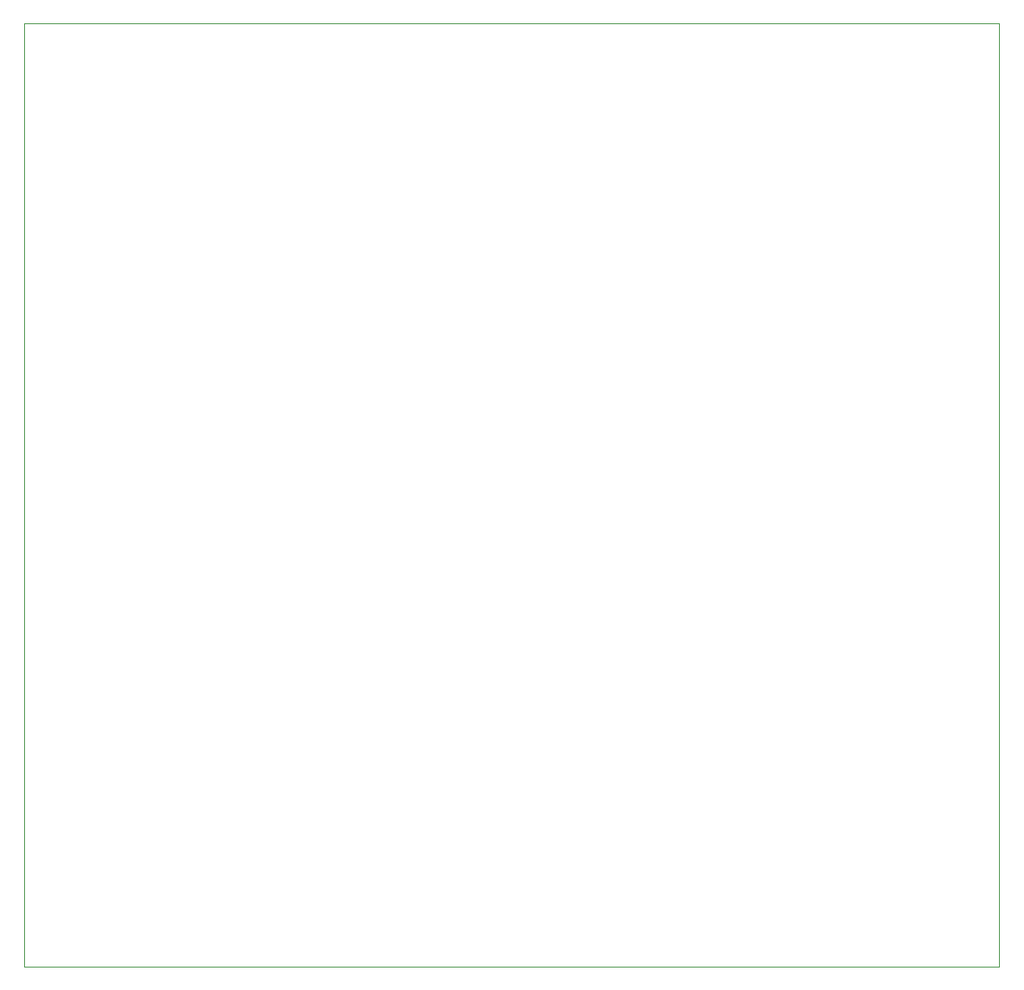
<source format=gbr>
%TF.GenerationSoftware,Altium Limited,Altium Designer,24.3.1 (35)*%
G04 Layer_Color=0*
%FSLAX45Y45*%
%MOMM*%
%TF.SameCoordinates,7E0553B6-A888-4128-BDB4-EB5F29F5F182*%
%TF.FilePolarity,Positive*%
%TF.FileFunction,Profile,NP*%
%TF.Part,Single*%
G01*
G75*
%TA.AperFunction,Profile*%
%ADD109C,0.02540*%
D109*
X2540000Y2540000D02*
X12446000D01*
Y12128500D01*
X2540000D01*
Y2540000D01*
%TF.MD5,b921f906af7630a09db8cd459bfaae9e*%
M02*

</source>
